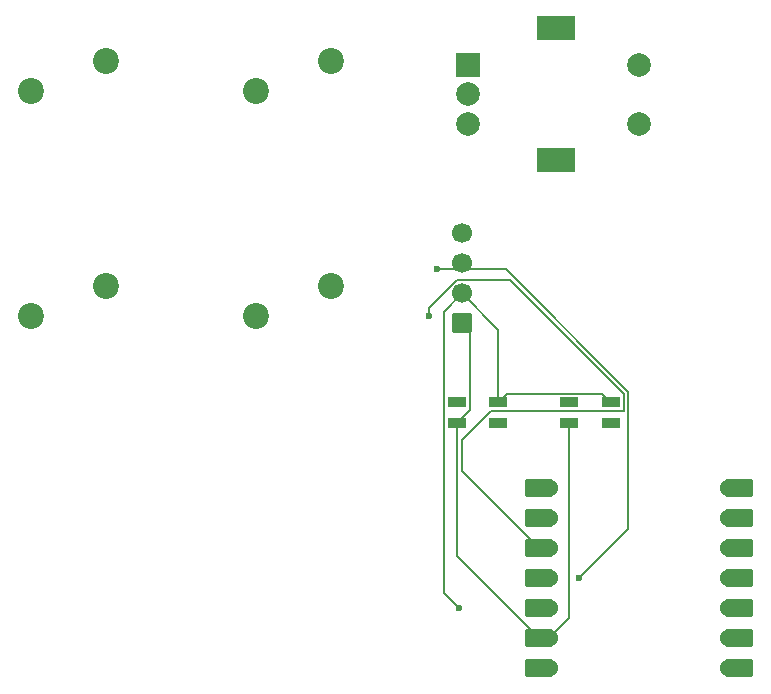
<source format=gbr>
%TF.GenerationSoftware,KiCad,Pcbnew,9.0.7*%
%TF.CreationDate,2026-02-10T21:25:41+00:00*%
%TF.ProjectId,micro discord board,6d696372-6f20-4646-9973-636f72642062,rev?*%
%TF.SameCoordinates,Original*%
%TF.FileFunction,Copper,L1,Top*%
%TF.FilePolarity,Positive*%
%FSLAX46Y46*%
G04 Gerber Fmt 4.6, Leading zero omitted, Abs format (unit mm)*
G04 Created by KiCad (PCBNEW 9.0.7) date 2026-02-10 21:25:41*
%MOMM*%
%LPD*%
G01*
G04 APERTURE LIST*
G04 Aperture macros list*
%AMRoundRect*
0 Rectangle with rounded corners*
0 $1 Rounding radius*
0 $2 $3 $4 $5 $6 $7 $8 $9 X,Y pos of 4 corners*
0 Add a 4 corners polygon primitive as box body*
4,1,4,$2,$3,$4,$5,$6,$7,$8,$9,$2,$3,0*
0 Add four circle primitives for the rounded corners*
1,1,$1+$1,$2,$3*
1,1,$1+$1,$4,$5*
1,1,$1+$1,$6,$7*
1,1,$1+$1,$8,$9*
0 Add four rect primitives between the rounded corners*
20,1,$1+$1,$2,$3,$4,$5,0*
20,1,$1+$1,$4,$5,$6,$7,0*
20,1,$1+$1,$6,$7,$8,$9,0*
20,1,$1+$1,$8,$9,$2,$3,0*%
G04 Aperture macros list end*
%TA.AperFunction,ComponentPad*%
%ADD10C,2.200000*%
%TD*%
%TA.AperFunction,SMDPad,CuDef*%
%ADD11RoundRect,0.152400X-1.063600X-0.609600X1.063600X-0.609600X1.063600X0.609600X-1.063600X0.609600X0*%
%TD*%
%TA.AperFunction,ComponentPad*%
%ADD12C,1.524000*%
%TD*%
%TA.AperFunction,SMDPad,CuDef*%
%ADD13RoundRect,0.152400X1.063600X0.609600X-1.063600X0.609600X-1.063600X-0.609600X1.063600X-0.609600X0*%
%TD*%
%TA.AperFunction,SMDPad,CuDef*%
%ADD14R,1.600000X0.850000*%
%TD*%
%TA.AperFunction,ComponentPad*%
%ADD15RoundRect,0.170000X0.680000X-0.680000X0.680000X0.680000X-0.680000X0.680000X-0.680000X-0.680000X0*%
%TD*%
%TA.AperFunction,ComponentPad*%
%ADD16C,1.700000*%
%TD*%
%TA.AperFunction,ComponentPad*%
%ADD17R,2.000000X2.000000*%
%TD*%
%TA.AperFunction,ComponentPad*%
%ADD18C,2.000000*%
%TD*%
%TA.AperFunction,ComponentPad*%
%ADD19R,3.200000X2.000000*%
%TD*%
%TA.AperFunction,ViaPad*%
%ADD20C,0.600000*%
%TD*%
%TA.AperFunction,Conductor*%
%ADD21C,0.200000*%
%TD*%
G04 APERTURE END LIST*
D10*
%TO.P,SW3,1,1*%
%TO.N,GND*%
X88265000Y-61595000D03*
%TO.P,SW3,2,2*%
%TO.N,Net-(U1-GPIO28_A2_D2)*%
X81915000Y-64135000D03*
%TD*%
D11*
%TO.P,U1,1,GPIO26_A0_D0*%
%TO.N,Net-(U1-GPIO26_A0_D0)*%
X141805000Y-93980000D03*
D12*
X140970000Y-93980000D03*
D11*
%TO.P,U1,2,GPIO27_A1_D1*%
%TO.N,Net-(U1-GPIO27_A1_D1)*%
X141805000Y-91440000D03*
D12*
X140970000Y-91440000D03*
D11*
%TO.P,U1,3,GPIO28_A2_D2*%
%TO.N,Net-(U1-GPIO28_A2_D2)*%
X141805000Y-88900000D03*
D12*
X140970000Y-88900000D03*
D11*
%TO.P,U1,4,GPIO29_A3_D3*%
%TO.N,Net-(U1-GPIO29_A3_D3)*%
X141805000Y-86360000D03*
D12*
X140970000Y-86360000D03*
D11*
%TO.P,U1,5,GPIO6_D4_SDA*%
%TO.N,Net-(U1-GPIO6_D4_SDA)*%
X141805000Y-83820000D03*
D12*
X140970000Y-83820000D03*
D11*
%TO.P,U1,6,GPIO7_D5_SCL*%
%TO.N,Net-(U1-GPIO7_D5_SCL)*%
X141805000Y-81280000D03*
D12*
X140970000Y-81280000D03*
D11*
%TO.P,U1,7,GPIO0_D6_TX*%
%TO.N,unconnected-(U1-GPIO0_D6_TX-Pad7)*%
X141805000Y-78740000D03*
D12*
X140970000Y-78740000D03*
%TO.P,U1,8,GPIO1_D7_CSn_RX*%
%TO.N,Net-(D1-DIN)*%
X125730000Y-78740000D03*
D13*
X124895000Y-78740000D03*
D12*
%TO.P,U1,9,GPIO2_D8_SCK*%
%TO.N,unconnected-(U1-GPIO2_D8_SCK-Pad9)*%
X125730000Y-81280000D03*
D13*
X124895000Y-81280000D03*
D12*
%TO.P,U1,10,GPIO4_D9_MISO*%
%TO.N,Net-(U1-GPIO4_D9_MISO)*%
X125730000Y-83820000D03*
D13*
X124895000Y-83820000D03*
D12*
%TO.P,U1,11,GPIO3_D10_MOSI*%
%TO.N,Net-(U1-GPIO3_D10_MOSI)*%
X125730000Y-86360000D03*
D13*
X124895000Y-86360000D03*
D12*
%TO.P,U1,12,3V3*%
%TO.N,unconnected-(U1-3V3-Pad12)*%
X125730000Y-88900000D03*
D13*
X124895000Y-88900000D03*
D12*
%TO.P,U1,13,GND*%
%TO.N,GND*%
X125730000Y-91440000D03*
D13*
X124895000Y-91440000D03*
D12*
%TO.P,U1,14,5V*%
%TO.N,+5V*%
X125730000Y-93980000D03*
D13*
X124895000Y-93980000D03*
%TD*%
D14*
%TO.P,D2,1,DOUT*%
%TO.N,unconnected-(D2-DOUT-Pad1)*%
X127468750Y-71437500D03*
%TO.P,D2,2,VSS*%
%TO.N,GND*%
X127468750Y-73187500D03*
%TO.P,D2,3,DIN*%
%TO.N,Net-(D1-DOUT)*%
X130968750Y-73187500D03*
%TO.P,D2,4,VDD*%
%TO.N,+5V*%
X130968750Y-71437500D03*
%TD*%
D15*
%TO.P,U2,1,GND*%
%TO.N,GND*%
X118390000Y-64770000D03*
D16*
%TO.P,U2,2,VCC*%
%TO.N,+5V*%
X118390000Y-62230000D03*
%TO.P,U2,3,SCL*%
%TO.N,Net-(U1-GPIO3_D10_MOSI)*%
X118390000Y-59690000D03*
%TO.P,U2,4,SDA*%
%TO.N,Net-(U1-GPIO4_D9_MISO)*%
X118390000Y-57150000D03*
%TD*%
D10*
%TO.P,SW4,1,1*%
%TO.N,GND*%
X107315000Y-61595000D03*
%TO.P,SW4,2,2*%
%TO.N,Net-(U1-GPIO29_A3_D3)*%
X100965000Y-64135000D03*
%TD*%
D17*
%TO.P,SW5,A,A*%
%TO.N,Net-(U1-GPIO6_D4_SDA)*%
X118850000Y-42862500D03*
D18*
%TO.P,SW5,B,B*%
%TO.N,Net-(U1-GPIO7_D5_SCL)*%
X118850000Y-47862500D03*
%TO.P,SW5,C,C*%
%TO.N,GND*%
X118850000Y-45362500D03*
D19*
%TO.P,SW5,MP*%
%TO.N,N/C*%
X126350000Y-39762500D03*
X126350000Y-50962500D03*
D18*
%TO.P,SW5,S1*%
X133350000Y-47862500D03*
%TO.P,SW5,S2*%
X133350000Y-42862500D03*
%TD*%
D14*
%TO.P,D1,1,DOUT*%
%TO.N,Net-(D1-DOUT)*%
X117943750Y-71437500D03*
%TO.P,D1,2,VSS*%
%TO.N,GND*%
X117943750Y-73187500D03*
%TO.P,D1,3,DIN*%
%TO.N,Net-(D1-DIN)*%
X121443750Y-73187500D03*
%TO.P,D1,4,VDD*%
%TO.N,+5V*%
X121443750Y-71437500D03*
%TD*%
D10*
%TO.P,SW1,1,1*%
%TO.N,GND*%
X88265000Y-42545000D03*
%TO.P,SW1,2,2*%
%TO.N,Net-(U1-GPIO26_A0_D0)*%
X81915000Y-45085000D03*
%TD*%
%TO.P,SW2,1,1*%
%TO.N,GND*%
X107315000Y-42545000D03*
%TO.P,SW2,2,2*%
%TO.N,Net-(U1-GPIO27_A1_D1)*%
X100965000Y-45085000D03*
%TD*%
D20*
%TO.N,+5V*%
X118110000Y-88900000D03*
%TO.N,Net-(U1-GPIO3_D10_MOSI)*%
X128270000Y-86360000D03*
X116222490Y-60166040D03*
%TO.N,Net-(U1-GPIO4_D9_MISO)*%
X115570000Y-64170000D03*
%TD*%
D21*
%TO.N,GND*%
X119044750Y-65424750D02*
X118390000Y-64770000D01*
X117943750Y-84488750D02*
X117943750Y-73187500D01*
X127468750Y-73187500D02*
X127468750Y-89701250D01*
X117943750Y-73187500D02*
X119044750Y-72086500D01*
X119044750Y-72086500D02*
X119044750Y-65424750D01*
X124895000Y-91440000D02*
X117943750Y-84488750D01*
X127468750Y-89701250D02*
X125730000Y-91440000D01*
%TO.N,+5V*%
X118110000Y-88900000D02*
X116842750Y-87632750D01*
X122169750Y-70711500D02*
X121443750Y-71437500D01*
X116842750Y-63777250D02*
X118390000Y-62230000D01*
X121443750Y-71437500D02*
X121443750Y-65283750D01*
X116842750Y-87632750D02*
X116842750Y-63777250D01*
X121443750Y-65283750D02*
X118390000Y-62230000D01*
X130242750Y-70711500D02*
X122169750Y-70711500D01*
X130968750Y-71437500D02*
X130242750Y-70711500D01*
%TO.N,Net-(U1-GPIO3_D10_MOSI)*%
X116222490Y-60166040D02*
X122091390Y-60166040D01*
X132470750Y-82159250D02*
X128270000Y-86360000D01*
X132470750Y-70545400D02*
X132470750Y-82159250D01*
X122091390Y-60166040D02*
X132470750Y-70545400D01*
%TO.N,Net-(U1-GPIO4_D9_MISO)*%
X122437250Y-61079000D02*
X132069750Y-70711500D01*
X115570000Y-64170000D02*
X115570000Y-63422240D01*
X118344750Y-77269750D02*
X124895000Y-83820000D01*
X117913240Y-61079000D02*
X122437250Y-61079000D01*
X118344750Y-74613500D02*
X118344750Y-77269750D01*
X132069750Y-70711500D02*
X132069750Y-72163500D01*
X132069750Y-72163500D02*
X120794750Y-72163500D01*
X120794750Y-72163500D02*
X118344750Y-74613500D01*
X115570000Y-63422240D02*
X117913240Y-61079000D01*
%TD*%
M02*

</source>
